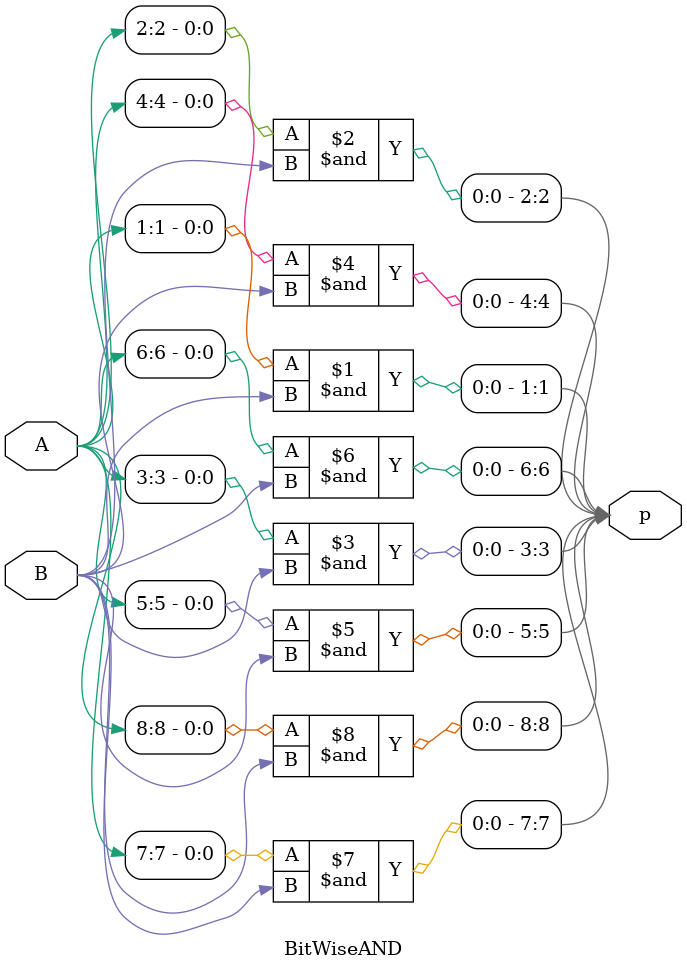
<source format=v>

module BitWiseAND(A, B, p);
    
    input [8:1] A;
    input B;

    output [8:1] p;

    assign p[1] = A[1] & B;
    assign p[2] = A[2] & B;
    assign p[3] = A[3] & B;
    assign p[4] = A[4] & B;
    assign p[5] = A[5] & B;
    assign p[6] = A[6] & B;
    assign p[7] = A[7] & B;
    assign p[8] = A[8] & B;

endmodule
</source>
